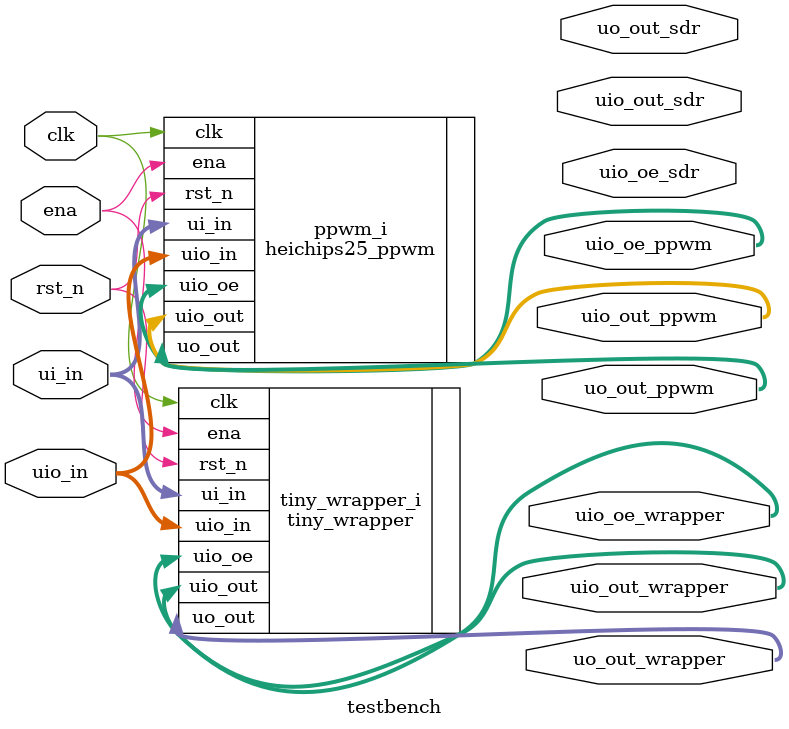
<source format=sv>
module testbench (
    input clk,
    input rst_n,
    input ena,
    input [7:0] ui_in,
    input [7:0] uio_in,
    output [7:0] uo_out_wrapper,
    output [7:0] uio_out_wrapper,
    output [7:0] uio_oe_wrapper,
    output [7:0] uo_out_ppwm,
    output [7:0] uio_out_ppwm,
    output [7:0] uio_oe_ppwm,
    output [7:0] uo_out_sdr,
    output [7:0] uio_out_sdr,
    output [7:0] uio_oe_sdr
);
    heichips25_ppwm ppwm_i (
        .clk(clk),
        .rst_n(rst_n),
        .ena(ena),
        .ui_in(ui_in),
        .uio_in(uio_in),
        .uo_out(uo_out_ppwm),
        .uio_out(uio_out_ppwm),
        .uio_oe(uio_oe_ppwm)
    );

    tiny_wrapper tiny_wrapper_i (
        .clk(clk),
        .rst_n(rst_n),
        .ena(ena),
        .ui_in(ui_in),
        .uio_in(uio_in),
        .uo_out(uo_out_wrapper),
        .uio_out(uio_out_wrapper),
        .uio_oe(uio_oe_wrapper)
    );

    // FIXME: uncomment once the design is fixed
    // heichips25_template heichpis_sdr_i (
    //     .clk(clk),
    //     .rst_n(rst_n),
    //     .ena(ena),
    //     .ui_in(ui_in),
    //     .uio_in(uio_in),
    //     .uo_out(uo_out_ppwm),
    //     .uio_out(uio_out_ppwm),
    //     .uio_oe(uio_oe_ppwm)
    // );
endmodule

</source>
